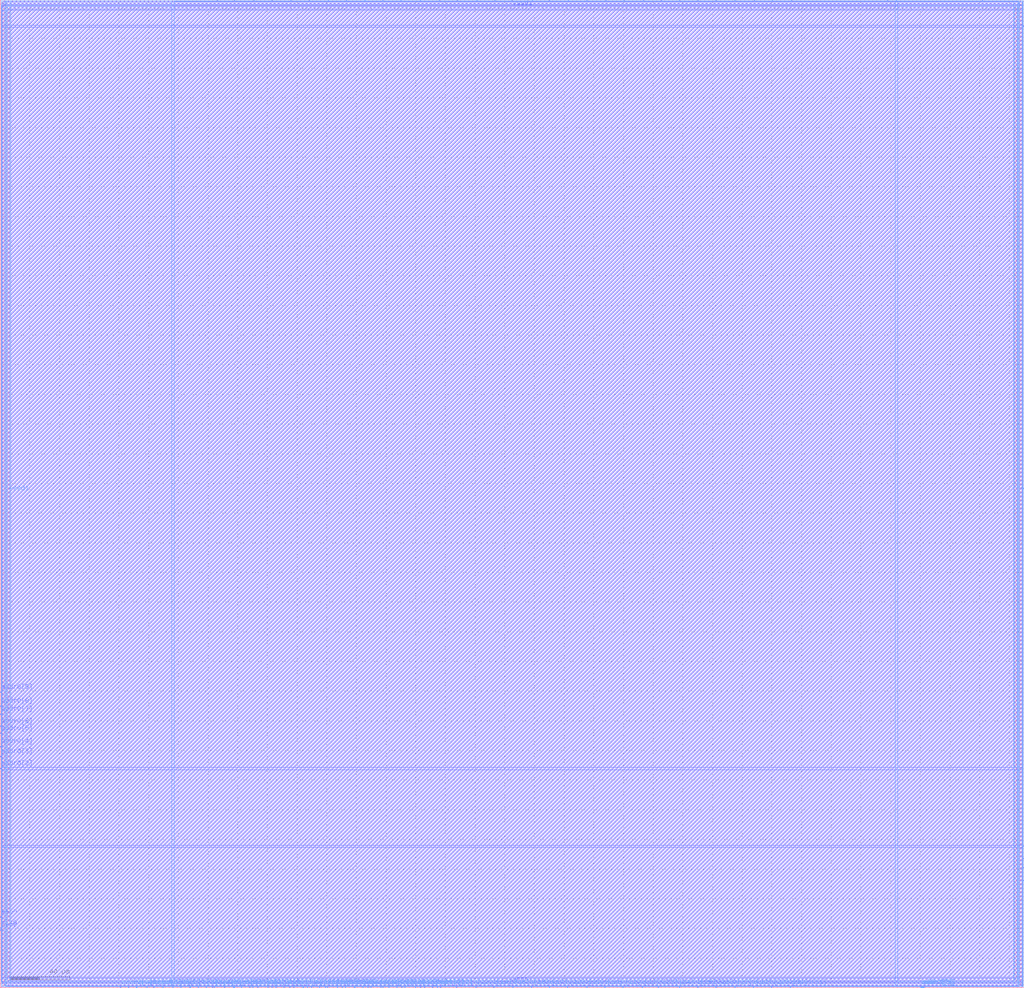
<source format=lef>
VERSION 5.4 ;
NAMESCASESENSITIVE ON ;
BUSBITCHARS "[]" ;
DIVIDERCHAR "/" ;
UNITS
  DATABASE MICRONS 2000 ;
END UNITS
MACRO sky130_sram_4kbyte_1rw1r_32x1024_8
   CLASS BLOCK ;
   SIZE 689.9 BY 666.1 ;
   SYMMETRY X Y R90 ;
   PIN din0[0]
      DIRECTION INPUT ;
      PORT
         LAYER met4 ;
         RECT  116.28 0.0 116.66 0.64 ;
      END
   END din0[0]
   PIN din0[1]
      DIRECTION INPUT ;
      PORT
         LAYER met4 ;
         RECT  121.72 0.0 122.1 0.64 ;
      END
   END din0[1]
   PIN din0[2]
      DIRECTION INPUT ;
      PORT
         LAYER met4 ;
         RECT  127.84 0.0 128.22 0.64 ;
      END
   END din0[2]
   PIN din0[3]
      DIRECTION INPUT ;
      PORT
         LAYER met4 ;
         RECT  133.28 0.0 133.66 0.64 ;
      END
   END din0[3]
   PIN din0[4]
      DIRECTION INPUT ;
      PORT
         LAYER met4 ;
         RECT  138.72 0.0 139.1 0.64 ;
      END
   END din0[4]
   PIN din0[5]
      DIRECTION INPUT ;
      PORT
         LAYER met4 ;
         RECT  144.16 0.0 144.54 0.64 ;
      END
   END din0[5]
   PIN din0[6]
      DIRECTION INPUT ;
      PORT
         LAYER met4 ;
         RECT  150.96 0.0 151.34 0.64 ;
      END
   END din0[6]
   PIN din0[7]
      DIRECTION INPUT ;
      PORT
         LAYER met4 ;
         RECT  157.08 0.0 157.46 0.64 ;
      END
   END din0[7]
   PIN din0[8]
      DIRECTION INPUT ;
      PORT
         LAYER met4 ;
         RECT  162.52 0.0 162.9 0.64 ;
      END
   END din0[8]
   PIN din0[9]
      DIRECTION INPUT ;
      PORT
         LAYER met4 ;
         RECT  167.96 0.0 168.34 0.64 ;
      END
   END din0[9]
   PIN din0[10]
      DIRECTION INPUT ;
      PORT
         LAYER met4 ;
         RECT  173.4 0.0 173.78 0.64 ;
      END
   END din0[10]
   PIN din0[11]
      DIRECTION INPUT ;
      PORT
         LAYER met4 ;
         RECT  180.2 0.0 180.58 0.64 ;
      END
   END din0[11]
   PIN din0[12]
      DIRECTION INPUT ;
      PORT
         LAYER met4 ;
         RECT  185.64 0.0 186.02 0.64 ;
      END
   END din0[12]
   PIN din0[13]
      DIRECTION INPUT ;
      PORT
         LAYER met4 ;
         RECT  191.08 0.0 191.46 0.64 ;
      END
   END din0[13]
   PIN din0[14]
      DIRECTION INPUT ;
      PORT
         LAYER met4 ;
         RECT  197.88 0.0 198.26 0.64 ;
      END
   END din0[14]
   PIN din0[15]
      DIRECTION INPUT ;
      PORT
         LAYER met4 ;
         RECT  204.0 0.0 204.38 0.64 ;
      END
   END din0[15]
   PIN din0[16]
      DIRECTION INPUT ;
      PORT
         LAYER met4 ;
         RECT  209.44 0.0 209.82 0.64 ;
      END
   END din0[16]
   PIN din0[17]
      DIRECTION INPUT ;
      PORT
         LAYER met4 ;
         RECT  214.88 0.0 215.26 0.64 ;
      END
   END din0[17]
   PIN din0[18]
      DIRECTION INPUT ;
      PORT
         LAYER met4 ;
         RECT  220.32 0.0 220.7 0.64 ;
      END
   END din0[18]
   PIN din0[19]
      DIRECTION INPUT ;
      PORT
         LAYER met4 ;
         RECT  227.12 0.0 227.5 0.64 ;
      END
   END din0[19]
   PIN din0[20]
      DIRECTION INPUT ;
      PORT
         LAYER met4 ;
         RECT  232.56 0.0 232.94 0.64 ;
      END
   END din0[20]
   PIN din0[21]
      DIRECTION INPUT ;
      PORT
         LAYER met4 ;
         RECT  238.68 0.0 239.06 0.64 ;
      END
   END din0[21]
   PIN din0[22]
      DIRECTION INPUT ;
      PORT
         LAYER met4 ;
         RECT  244.12 0.0 244.5 0.64 ;
      END
   END din0[22]
   PIN din0[23]
      DIRECTION INPUT ;
      PORT
         LAYER met4 ;
         RECT  249.56 0.0 249.94 0.64 ;
      END
   END din0[23]
   PIN din0[24]
      DIRECTION INPUT ;
      PORT
         LAYER met4 ;
         RECT  256.36 0.0 256.74 0.64 ;
      END
   END din0[24]
   PIN din0[25]
      DIRECTION INPUT ;
      PORT
         LAYER met4 ;
         RECT  261.8 0.0 262.18 0.64 ;
      END
   END din0[25]
   PIN din0[26]
      DIRECTION INPUT ;
      PORT
         LAYER met4 ;
         RECT  267.24 0.0 267.62 0.64 ;
      END
   END din0[26]
   PIN din0[27]
      DIRECTION INPUT ;
      PORT
         LAYER met4 ;
         RECT  272.68 0.0 273.06 0.64 ;
      END
   END din0[27]
   PIN din0[28]
      DIRECTION INPUT ;
      PORT
         LAYER met4 ;
         RECT  279.48 0.0 279.86 0.64 ;
      END
   END din0[28]
   PIN din0[29]
      DIRECTION INPUT ;
      PORT
         LAYER met4 ;
         RECT  285.6 0.0 285.98 0.64 ;
      END
   END din0[29]
   PIN din0[30]
      DIRECTION INPUT ;
      PORT
         LAYER met4 ;
         RECT  291.04 0.0 291.42 0.64 ;
      END
   END din0[30]
   PIN din0[31]
      DIRECTION INPUT ;
      PORT
         LAYER met4 ;
         RECT  296.48 0.0 296.86 0.64 ;
      END
   END din0[31]
   PIN addr0[0]
      DIRECTION INPUT ;
      PORT
         LAYER met4 ;
         RECT  80.92 0.0 81.3 0.64 ;
      END
   END addr0[0]
   PIN addr0[1]
      DIRECTION INPUT ;
      PORT
         LAYER met4 ;
         RECT  86.36 0.0 86.74 0.64 ;
      END
   END addr0[1]
   PIN addr0[2]
      DIRECTION INPUT ;
      PORT
         LAYER met3 ;
         RECT  0.0 147.56 0.64 147.94 ;
      END
   END addr0[2]
   PIN addr0[3]
      DIRECTION INPUT ;
      PORT
         LAYER met3 ;
         RECT  0.0 155.72 0.64 156.1 ;
      END
   END addr0[3]
   PIN addr0[4]
      DIRECTION INPUT ;
      PORT
         LAYER met3 ;
         RECT  0.0 162.52 0.64 162.9 ;
      END
   END addr0[4]
   PIN addr0[5]
      DIRECTION INPUT ;
      PORT
         LAYER met3 ;
         RECT  0.0 171.36 0.64 171.74 ;
      END
   END addr0[5]
   PIN addr0[6]
      DIRECTION INPUT ;
      PORT
         LAYER met3 ;
         RECT  0.0 176.12 0.64 176.5 ;
      END
   END addr0[6]
   PIN addr0[7]
      DIRECTION INPUT ;
      PORT
         LAYER met3 ;
         RECT  0.0 184.28 0.64 184.66 ;
      END
   END addr0[7]
   PIN addr0[8]
      DIRECTION INPUT ;
      PORT
         LAYER met3 ;
         RECT  0.0 189.72 0.64 190.1 ;
      END
   END addr0[8]
   PIN addr0[9]
      DIRECTION INPUT ;
      PORT
         LAYER met3 ;
         RECT  0.0 199.24 0.64 199.62 ;
      END
   END addr0[9]
   PIN addr1[0]
      DIRECTION INPUT ;
      PORT
         LAYER met4 ;
         RECT  603.84 665.46 604.22 666.1 ;
      END
   END addr1[0]
   PIN addr1[1]
      DIRECTION INPUT ;
      PORT
         LAYER met4 ;
         RECT  597.72 665.46 598.1 666.1 ;
      END
   END addr1[1]
   PIN addr1[2]
      DIRECTION INPUT ;
      PORT
         LAYER met3 ;
         RECT  689.26 95.2 689.9 95.58 ;
      END
   END addr1[2]
   PIN addr1[3]
      DIRECTION INPUT ;
      PORT
         LAYER met3 ;
         RECT  689.26 87.04 689.9 87.42 ;
      END
   END addr1[3]
   PIN addr1[4]
      DIRECTION INPUT ;
      PORT
         LAYER met3 ;
         RECT  689.26 80.92 689.9 81.3 ;
      END
   END addr1[4]
   PIN addr1[5]
      DIRECTION INPUT ;
      PORT
         LAYER met3 ;
         RECT  689.26 72.08 689.9 72.46 ;
      END
   END addr1[5]
   PIN addr1[6]
      DIRECTION INPUT ;
      PORT
         LAYER met4 ;
         RECT  622.2 0.0 622.58 0.64 ;
      END
   END addr1[6]
   PIN addr1[7]
      DIRECTION INPUT ;
      PORT
         LAYER met4 ;
         RECT  620.16 0.0 620.54 0.64 ;
      END
   END addr1[7]
   PIN addr1[8]
      DIRECTION INPUT ;
      PORT
         LAYER met4 ;
         RECT  620.84 0.0 621.22 0.64 ;
      END
   END addr1[8]
   PIN addr1[9]
      DIRECTION INPUT ;
      PORT
         LAYER met4 ;
         RECT  621.52 0.0 621.9 0.64 ;
      END
   END addr1[9]
   PIN csb0
      DIRECTION INPUT ;
      PORT
         LAYER met3 ;
         RECT  0.0 38.76 0.64 39.14 ;
      END
   END csb0
   PIN csb1
      DIRECTION INPUT ;
      PORT
         LAYER met3 ;
         RECT  689.26 648.04 689.9 648.42 ;
      END
   END csb1
   PIN web0
      DIRECTION INPUT ;
      PORT
         LAYER met3 ;
         RECT  0.0 47.6 0.64 47.98 ;
      END
   END web0
   PIN clk0
      DIRECTION INPUT ;
      PORT
         LAYER met3 ;
         RECT  0.0 40.12 0.64 40.5 ;
      END
   END clk0
   PIN clk1
      DIRECTION INPUT ;
      PORT
         LAYER met4 ;
         RECT  661.64 665.46 662.02 666.1 ;
      END
   END clk1
   PIN wmask0[0]
      DIRECTION INPUT ;
      PORT
         LAYER met4 ;
         RECT  91.8 0.0 92.18 0.64 ;
      END
   END wmask0[0]
   PIN wmask0[1]
      DIRECTION INPUT ;
      PORT
         LAYER met4 ;
         RECT  98.6 0.0 98.98 0.64 ;
      END
   END wmask0[1]
   PIN wmask0[2]
      DIRECTION INPUT ;
      PORT
         LAYER met4 ;
         RECT  103.36 0.0 103.74 0.64 ;
      END
   END wmask0[2]
   PIN wmask0[3]
      DIRECTION INPUT ;
      PORT
         LAYER met4 ;
         RECT  109.48 0.0 109.86 0.64 ;
      END
   END wmask0[3]
   PIN dout0[0]
      DIRECTION OUTPUT ;
      PORT
         LAYER met4 ;
         RECT  142.8 0.0 143.18 0.64 ;
      END
   END dout0[0]
   PIN dout0[1]
      DIRECTION OUTPUT ;
      PORT
         LAYER met4 ;
         RECT  157.76 0.0 158.14 0.64 ;
      END
   END dout0[1]
   PIN dout0[2]
      DIRECTION OUTPUT ;
      PORT
         LAYER met4 ;
         RECT  170.0 0.0 170.38 0.64 ;
      END
   END dout0[2]
   PIN dout0[3]
      DIRECTION OUTPUT ;
      PORT
         LAYER met4 ;
         RECT  182.92 0.0 183.3 0.64 ;
      END
   END dout0[3]
   PIN dout0[4]
      DIRECTION OUTPUT ;
      PORT
         LAYER met4 ;
         RECT  195.16 0.0 195.54 0.64 ;
      END
   END dout0[4]
   PIN dout0[5]
      DIRECTION OUTPUT ;
      PORT
         LAYER met4 ;
         RECT  206.72 0.0 207.1 0.64 ;
      END
   END dout0[5]
   PIN dout0[6]
      DIRECTION OUTPUT ;
      PORT
         LAYER met4 ;
         RECT  218.96 0.0 219.34 0.64 ;
      END
   END dout0[6]
   PIN dout0[7]
      DIRECTION OUTPUT ;
      PORT
         LAYER met4 ;
         RECT  230.52 0.0 230.9 0.64 ;
      END
   END dout0[7]
   PIN dout0[8]
      DIRECTION OUTPUT ;
      PORT
         LAYER met4 ;
         RECT  247.52 0.0 247.9 0.64 ;
      END
   END dout0[8]
   PIN dout0[9]
      DIRECTION OUTPUT ;
      PORT
         LAYER met4 ;
         RECT  257.72 0.0 258.1 0.64 ;
      END
   END dout0[9]
   PIN dout0[10]
      DIRECTION OUTPUT ;
      PORT
         LAYER met4 ;
         RECT  270.64 0.0 271.02 0.64 ;
      END
   END dout0[10]
   PIN dout0[11]
      DIRECTION OUTPUT ;
      PORT
         LAYER met4 ;
         RECT  282.88 0.0 283.26 0.64 ;
      END
   END dout0[11]
   PIN dout0[12]
      DIRECTION OUTPUT ;
      PORT
         LAYER met4 ;
         RECT  294.44 0.0 294.82 0.64 ;
      END
   END dout0[12]
   PIN dout0[13]
      DIRECTION OUTPUT ;
      PORT
         LAYER met4 ;
         RECT  307.36 0.0 307.74 0.64 ;
      END
   END dout0[13]
   PIN dout0[14]
      DIRECTION OUTPUT ;
      PORT
         LAYER met4 ;
         RECT  320.28 0.0 320.66 0.64 ;
      END
   END dout0[14]
   PIN dout0[15]
      DIRECTION OUTPUT ;
      PORT
         LAYER met4 ;
         RECT  332.52 0.0 332.9 0.64 ;
      END
   END dout0[15]
   PIN dout0[16]
      DIRECTION OUTPUT ;
      PORT
         LAYER met4 ;
         RECT  345.44 0.0 345.82 0.64 ;
      END
   END dout0[16]
   PIN dout0[17]
      DIRECTION OUTPUT ;
      PORT
         LAYER met4 ;
         RECT  357.68 0.0 358.06 0.64 ;
      END
   END dout0[17]
   PIN dout0[18]
      DIRECTION OUTPUT ;
      PORT
         LAYER met4 ;
         RECT  369.92 0.0 370.3 0.64 ;
      END
   END dout0[18]
   PIN dout0[19]
      DIRECTION OUTPUT ;
      PORT
         LAYER met4 ;
         RECT  382.16 0.0 382.54 0.64 ;
      END
   END dout0[19]
   PIN dout0[20]
      DIRECTION OUTPUT ;
      PORT
         LAYER met4 ;
         RECT  395.08 0.0 395.46 0.64 ;
      END
   END dout0[20]
   PIN dout0[21]
      DIRECTION OUTPUT ;
      PORT
         LAYER met4 ;
         RECT  407.32 0.0 407.7 0.64 ;
      END
   END dout0[21]
   PIN dout0[22]
      DIRECTION OUTPUT ;
      PORT
         LAYER met4 ;
         RECT  419.56 0.0 419.94 0.64 ;
      END
   END dout0[22]
   PIN dout0[23]
      DIRECTION OUTPUT ;
      PORT
         LAYER met4 ;
         RECT  432.48 0.0 432.86 0.64 ;
      END
   END dout0[23]
   PIN dout0[24]
      DIRECTION OUTPUT ;
      PORT
         LAYER met4 ;
         RECT  443.36 0.0 443.74 0.64 ;
      END
   END dout0[24]
   PIN dout0[25]
      DIRECTION OUTPUT ;
      PORT
         LAYER met4 ;
         RECT  457.64 0.0 458.02 0.64 ;
      END
   END dout0[25]
   PIN dout0[26]
      DIRECTION OUTPUT ;
      PORT
         LAYER met4 ;
         RECT  469.88 0.0 470.26 0.64 ;
      END
   END dout0[26]
   PIN dout0[27]
      DIRECTION OUTPUT ;
      PORT
         LAYER met4 ;
         RECT  482.12 0.0 482.5 0.64 ;
      END
   END dout0[27]
   PIN dout0[28]
      DIRECTION OUTPUT ;
      PORT
         LAYER met4 ;
         RECT  495.04 0.0 495.42 0.64 ;
      END
   END dout0[28]
   PIN dout0[29]
      DIRECTION OUTPUT ;
      PORT
         LAYER met4 ;
         RECT  507.28 0.0 507.66 0.64 ;
      END
   END dout0[29]
   PIN dout0[30]
      DIRECTION OUTPUT ;
      PORT
         LAYER met4 ;
         RECT  519.52 0.0 519.9 0.64 ;
      END
   END dout0[30]
   PIN dout0[31]
      DIRECTION OUTPUT ;
      PORT
         LAYER met4 ;
         RECT  532.44 0.0 532.82 0.64 ;
      END
   END dout0[31]
   PIN dout1[0]
      DIRECTION OUTPUT ;
      PORT
         LAYER met4 ;
         RECT  146.2 665.46 146.58 666.1 ;
      END
   END dout1[0]
   PIN dout1[1]
      DIRECTION OUTPUT ;
      PORT
         LAYER met4 ;
         RECT  157.76 665.46 158.14 666.1 ;
      END
   END dout1[1]
   PIN dout1[2]
      DIRECTION OUTPUT ;
      PORT
         LAYER met4 ;
         RECT  170.68 665.46 171.06 666.1 ;
      END
   END dout1[2]
   PIN dout1[3]
      DIRECTION OUTPUT ;
      PORT
         LAYER met4 ;
         RECT  182.92 665.46 183.3 666.1 ;
      END
   END dout1[3]
   PIN dout1[4]
      DIRECTION OUTPUT ;
      PORT
         LAYER met4 ;
         RECT  195.84 665.46 196.22 666.1 ;
      END
   END dout1[4]
   PIN dout1[5]
      DIRECTION OUTPUT ;
      PORT
         LAYER met4 ;
         RECT  208.08 665.46 208.46 666.1 ;
      END
   END dout1[5]
   PIN dout1[6]
      DIRECTION OUTPUT ;
      PORT
         LAYER met4 ;
         RECT  221.0 665.46 221.38 666.1 ;
      END
   END dout1[6]
   PIN dout1[7]
      DIRECTION OUTPUT ;
      PORT
         LAYER met4 ;
         RECT  233.24 665.46 233.62 666.1 ;
      END
   END dout1[7]
   PIN dout1[8]
      DIRECTION OUTPUT ;
      PORT
         LAYER met4 ;
         RECT  245.48 665.46 245.86 666.1 ;
      END
   END dout1[8]
   PIN dout1[9]
      DIRECTION OUTPUT ;
      PORT
         LAYER met4 ;
         RECT  257.72 665.46 258.1 666.1 ;
      END
   END dout1[9]
   PIN dout1[10]
      DIRECTION OUTPUT ;
      PORT
         LAYER met4 ;
         RECT  269.96 665.46 270.34 666.1 ;
      END
   END dout1[10]
   PIN dout1[11]
      DIRECTION OUTPUT ;
      PORT
         LAYER met4 ;
         RECT  282.88 665.46 283.26 666.1 ;
      END
   END dout1[11]
   PIN dout1[12]
      DIRECTION OUTPUT ;
      PORT
         LAYER met4 ;
         RECT  295.8 665.46 296.18 666.1 ;
      END
   END dout1[12]
   PIN dout1[13]
      DIRECTION OUTPUT ;
      PORT
         LAYER met4 ;
         RECT  308.04 665.46 308.42 666.1 ;
      END
   END dout1[13]
   PIN dout1[14]
      DIRECTION OUTPUT ;
      PORT
         LAYER met4 ;
         RECT  320.96 665.46 321.34 666.1 ;
      END
   END dout1[14]
   PIN dout1[15]
      DIRECTION OUTPUT ;
      PORT
         LAYER met4 ;
         RECT  333.2 665.46 333.58 666.1 ;
      END
   END dout1[15]
   PIN dout1[16]
      DIRECTION OUTPUT ;
      PORT
         LAYER met4 ;
         RECT  344.76 665.46 345.14 666.1 ;
      END
   END dout1[16]
   PIN dout1[17]
      DIRECTION OUTPUT ;
      PORT
         LAYER met4 ;
         RECT  358.36 665.46 358.74 666.1 ;
      END
   END dout1[17]
   PIN dout1[18]
      DIRECTION OUTPUT ;
      PORT
         LAYER met4 ;
         RECT  369.92 665.46 370.3 666.1 ;
      END
   END dout1[18]
   PIN dout1[19]
      DIRECTION OUTPUT ;
      PORT
         LAYER met4 ;
         RECT  382.84 665.46 383.22 666.1 ;
      END
   END dout1[19]
   PIN dout1[20]
      DIRECTION OUTPUT ;
      PORT
         LAYER met4 ;
         RECT  395.08 665.46 395.46 666.1 ;
      END
   END dout1[20]
   PIN dout1[21]
      DIRECTION OUTPUT ;
      PORT
         LAYER met4 ;
         RECT  408.0 665.46 408.38 666.1 ;
      END
   END dout1[21]
   PIN dout1[22]
      DIRECTION OUTPUT ;
      PORT
         LAYER met4 ;
         RECT  420.24 665.46 420.62 666.1 ;
      END
   END dout1[22]
   PIN dout1[23]
      DIRECTION OUTPUT ;
      PORT
         LAYER met4 ;
         RECT  433.16 665.46 433.54 666.1 ;
      END
   END dout1[23]
   PIN dout1[24]
      DIRECTION OUTPUT ;
      PORT
         LAYER met4 ;
         RECT  445.4 665.46 445.78 666.1 ;
      END
   END dout1[24]
   PIN dout1[25]
      DIRECTION OUTPUT ;
      PORT
         LAYER met4 ;
         RECT  457.64 665.46 458.02 666.1 ;
      END
   END dout1[25]
   PIN dout1[26]
      DIRECTION OUTPUT ;
      PORT
         LAYER met4 ;
         RECT  469.88 665.46 470.26 666.1 ;
      END
   END dout1[26]
   PIN dout1[27]
      DIRECTION OUTPUT ;
      PORT
         LAYER met4 ;
         RECT  482.12 665.46 482.5 666.1 ;
      END
   END dout1[27]
   PIN dout1[28]
      DIRECTION OUTPUT ;
      PORT
         LAYER met4 ;
         RECT  495.04 665.46 495.42 666.1 ;
      END
   END dout1[28]
   PIN dout1[29]
      DIRECTION OUTPUT ;
      PORT
         LAYER met4 ;
         RECT  507.96 665.46 508.34 666.1 ;
      END
   END dout1[29]
   PIN dout1[30]
      DIRECTION OUTPUT ;
      PORT
         LAYER met4 ;
         RECT  520.2 665.46 520.58 666.1 ;
      END
   END dout1[30]
   PIN dout1[31]
      DIRECTION OUTPUT ;
      PORT
         LAYER met4 ;
         RECT  533.12 665.46 533.5 666.1 ;
      END
   END dout1[31]
   PIN vccd1
      DIRECTION INOUT ;
      USE POWER ; 
      SHAPE ABUTMENT ; 
      PORT
         LAYER met3 ;
         RECT  1.36 663.0 688.54 664.74 ;
         LAYER met4 ;
         RECT  1.36 1.36 3.1 664.74 ;
         LAYER met4 ;
         RECT  686.8 1.36 688.54 664.74 ;
         LAYER met3 ;
         RECT  1.36 1.36 688.54 3.1 ;
      END
   END vccd1
   PIN vssd1
      DIRECTION INOUT ;
      USE GROUND ; 
      SHAPE ABUTMENT ; 
      PORT
         LAYER met4 ;
         RECT  683.4 4.76 685.14 661.34 ;
         LAYER met4 ;
         RECT  4.76 4.76 6.5 661.34 ;
         LAYER met3 ;
         RECT  4.76 4.76 685.14 6.5 ;
         LAYER met3 ;
         RECT  4.76 659.6 685.14 661.34 ;
      END
   END vssd1
   OBS
   LAYER  met1 ;
      RECT  0.62 0.62 689.28 665.48 ;
   LAYER  met2 ;
      RECT  0.62 0.62 689.28 665.48 ;
   LAYER  met3 ;
      RECT  0.98 146.96 689.28 148.54 ;
      RECT  0.62 148.54 0.98 155.12 ;
      RECT  0.62 156.7 0.98 161.92 ;
      RECT  0.62 163.5 0.98 170.76 ;
      RECT  0.62 172.34 0.98 175.52 ;
      RECT  0.62 177.1 0.98 183.68 ;
      RECT  0.62 185.26 0.98 189.12 ;
      RECT  0.62 190.7 0.98 198.64 ;
      RECT  0.98 94.6 688.92 96.18 ;
      RECT  0.98 96.18 688.92 146.96 ;
      RECT  688.92 96.18 689.28 146.96 ;
      RECT  688.92 88.02 689.28 94.6 ;
      RECT  688.92 81.9 689.28 86.44 ;
      RECT  688.92 73.06 689.28 80.32 ;
      RECT  0.98 148.54 688.92 647.44 ;
      RECT  0.98 647.44 688.92 649.02 ;
      RECT  688.92 148.54 689.28 647.44 ;
      RECT  0.62 48.58 0.98 146.96 ;
      RECT  0.62 41.1 0.98 47.0 ;
      RECT  0.62 200.22 0.76 662.4 ;
      RECT  0.62 662.4 0.76 665.34 ;
      RECT  0.62 665.34 0.76 665.48 ;
      RECT  0.76 200.22 0.98 662.4 ;
      RECT  0.76 665.34 0.98 665.48 ;
      RECT  0.98 665.34 688.92 665.48 ;
      RECT  688.92 649.02 689.14 662.4 ;
      RECT  688.92 665.34 689.14 665.48 ;
      RECT  689.14 649.02 689.28 662.4 ;
      RECT  689.14 662.4 689.28 665.34 ;
      RECT  689.14 665.34 689.28 665.48 ;
      RECT  0.98 0.62 688.92 0.76 ;
      RECT  688.92 0.62 689.14 0.76 ;
      RECT  688.92 3.7 689.14 71.48 ;
      RECT  689.14 0.62 689.28 0.76 ;
      RECT  689.14 0.76 689.28 3.7 ;
      RECT  689.14 3.7 689.28 71.48 ;
      RECT  0.62 0.62 0.76 0.76 ;
      RECT  0.62 0.76 0.76 3.7 ;
      RECT  0.62 3.7 0.76 38.16 ;
      RECT  0.76 0.62 0.98 0.76 ;
      RECT  0.76 3.7 0.98 38.16 ;
      RECT  0.98 3.7 4.16 4.16 ;
      RECT  0.98 4.16 4.16 7.1 ;
      RECT  0.98 7.1 4.16 94.6 ;
      RECT  4.16 3.7 685.74 4.16 ;
      RECT  4.16 7.1 685.74 94.6 ;
      RECT  685.74 3.7 688.92 4.16 ;
      RECT  685.74 4.16 688.92 7.1 ;
      RECT  685.74 7.1 688.92 94.6 ;
      RECT  0.98 649.02 4.16 659.0 ;
      RECT  0.98 659.0 4.16 661.94 ;
      RECT  0.98 661.94 4.16 662.4 ;
      RECT  4.16 649.02 685.74 659.0 ;
      RECT  4.16 661.94 685.74 662.4 ;
      RECT  685.74 649.02 688.92 659.0 ;
      RECT  685.74 659.0 688.92 661.94 ;
      RECT  685.74 661.94 688.92 662.4 ;
   LAYER  met4 ;
      RECT  115.68 0.98 117.26 665.48 ;
      RECT  117.26 0.62 121.12 0.98 ;
      RECT  122.7 0.62 127.24 0.98 ;
      RECT  128.82 0.62 132.68 0.98 ;
      RECT  134.26 0.62 138.12 0.98 ;
      RECT  145.14 0.62 150.36 0.98 ;
      RECT  151.94 0.62 156.48 0.98 ;
      RECT  163.5 0.62 167.36 0.98 ;
      RECT  174.38 0.62 179.6 0.98 ;
      RECT  186.62 0.62 190.48 0.98 ;
      RECT  198.86 0.62 203.4 0.98 ;
      RECT  210.42 0.62 214.28 0.98 ;
      RECT  221.3 0.62 226.52 0.98 ;
      RECT  233.54 0.62 238.08 0.98 ;
      RECT  239.66 0.62 243.52 0.98 ;
      RECT  250.54 0.62 255.76 0.98 ;
      RECT  262.78 0.62 266.64 0.98 ;
      RECT  273.66 0.62 278.88 0.98 ;
      RECT  286.58 0.62 290.44 0.98 ;
      RECT  81.9 0.62 85.76 0.98 ;
      RECT  117.26 0.98 603.24 665.12 ;
      RECT  603.24 0.98 604.82 665.12 ;
      RECT  598.7 665.12 603.24 665.48 ;
      RECT  604.82 665.12 661.04 665.48 ;
      RECT  87.34 0.62 91.2 0.98 ;
      RECT  92.78 0.62 98.0 0.98 ;
      RECT  99.58 0.62 102.76 0.98 ;
      RECT  104.34 0.62 108.88 0.98 ;
      RECT  110.46 0.62 115.68 0.98 ;
      RECT  139.7 0.62 142.2 0.98 ;
      RECT  158.74 0.62 161.92 0.98 ;
      RECT  168.94 0.62 169.4 0.98 ;
      RECT  170.98 0.62 172.8 0.98 ;
      RECT  181.18 0.62 182.32 0.98 ;
      RECT  183.9 0.62 185.04 0.98 ;
      RECT  192.06 0.62 194.56 0.98 ;
      RECT  196.14 0.62 197.28 0.98 ;
      RECT  204.98 0.62 206.12 0.98 ;
      RECT  207.7 0.62 208.84 0.98 ;
      RECT  215.86 0.62 218.36 0.98 ;
      RECT  228.1 0.62 229.92 0.98 ;
      RECT  231.5 0.62 231.96 0.98 ;
      RECT  245.1 0.62 246.92 0.98 ;
      RECT  248.5 0.62 248.96 0.98 ;
      RECT  258.7 0.62 261.2 0.98 ;
      RECT  268.22 0.62 270.04 0.98 ;
      RECT  271.62 0.62 272.08 0.98 ;
      RECT  280.46 0.62 282.28 0.98 ;
      RECT  283.86 0.62 285.0 0.98 ;
      RECT  292.02 0.62 293.84 0.98 ;
      RECT  295.42 0.62 295.88 0.98 ;
      RECT  297.46 0.62 306.76 0.98 ;
      RECT  308.34 0.62 319.68 0.98 ;
      RECT  321.26 0.62 331.92 0.98 ;
      RECT  333.5 0.62 344.84 0.98 ;
      RECT  346.42 0.62 357.08 0.98 ;
      RECT  358.66 0.62 369.32 0.98 ;
      RECT  370.9 0.62 381.56 0.98 ;
      RECT  383.14 0.62 394.48 0.98 ;
      RECT  396.06 0.62 406.72 0.98 ;
      RECT  408.3 0.62 418.96 0.98 ;
      RECT  420.54 0.62 431.88 0.98 ;
      RECT  433.46 0.62 442.76 0.98 ;
      RECT  444.34 0.62 457.04 0.98 ;
      RECT  458.62 0.62 469.28 0.98 ;
      RECT  470.86 0.62 481.52 0.98 ;
      RECT  483.1 0.62 494.44 0.98 ;
      RECT  496.02 0.62 506.68 0.98 ;
      RECT  508.26 0.62 518.92 0.98 ;
      RECT  520.5 0.62 531.84 0.98 ;
      RECT  533.42 0.62 619.56 0.98 ;
      RECT  117.26 665.12 145.6 665.48 ;
      RECT  147.18 665.12 157.16 665.48 ;
      RECT  158.74 665.12 170.08 665.48 ;
      RECT  171.66 665.12 182.32 665.48 ;
      RECT  183.9 665.12 195.24 665.48 ;
      RECT  196.82 665.12 207.48 665.48 ;
      RECT  209.06 665.12 220.4 665.48 ;
      RECT  221.98 665.12 232.64 665.48 ;
      RECT  234.22 665.12 244.88 665.48 ;
      RECT  246.46 665.12 257.12 665.48 ;
      RECT  258.7 665.12 269.36 665.48 ;
      RECT  270.94 665.12 282.28 665.48 ;
      RECT  283.86 665.12 295.2 665.48 ;
      RECT  296.78 665.12 307.44 665.48 ;
      RECT  309.02 665.12 320.36 665.48 ;
      RECT  321.94 665.12 332.6 665.48 ;
      RECT  334.18 665.12 344.16 665.48 ;
      RECT  345.74 665.12 357.76 665.48 ;
      RECT  359.34 665.12 369.32 665.48 ;
      RECT  370.9 665.12 382.24 665.48 ;
      RECT  383.82 665.12 394.48 665.48 ;
      RECT  396.06 665.12 407.4 665.48 ;
      RECT  408.98 665.12 419.64 665.48 ;
      RECT  421.22 665.12 432.56 665.48 ;
      RECT  434.14 665.12 444.8 665.48 ;
      RECT  446.38 665.12 457.04 665.48 ;
      RECT  458.62 665.12 469.28 665.48 ;
      RECT  470.86 665.12 481.52 665.48 ;
      RECT  483.1 665.12 494.44 665.48 ;
      RECT  496.02 665.12 507.36 665.48 ;
      RECT  508.94 665.12 519.6 665.48 ;
      RECT  521.18 665.12 532.52 665.48 ;
      RECT  534.1 665.12 597.12 665.48 ;
      RECT  0.62 0.98 0.76 665.34 ;
      RECT  0.62 665.34 0.76 665.48 ;
      RECT  0.76 665.34 3.7 665.48 ;
      RECT  3.7 665.34 115.68 665.48 ;
      RECT  0.62 0.62 0.76 0.76 ;
      RECT  0.62 0.76 0.76 0.98 ;
      RECT  0.76 0.62 3.7 0.76 ;
      RECT  3.7 0.62 80.32 0.76 ;
      RECT  3.7 0.76 80.32 0.98 ;
      RECT  689.14 0.98 689.28 665.12 ;
      RECT  623.18 0.62 686.2 0.76 ;
      RECT  623.18 0.76 686.2 0.98 ;
      RECT  686.2 0.62 689.14 0.76 ;
      RECT  689.14 0.62 689.28 0.76 ;
      RECT  689.14 0.76 689.28 0.98 ;
      RECT  662.62 665.12 686.2 665.34 ;
      RECT  662.62 665.34 686.2 665.48 ;
      RECT  686.2 665.34 689.14 665.48 ;
      RECT  689.14 665.12 689.28 665.34 ;
      RECT  689.14 665.34 689.28 665.48 ;
      RECT  604.82 0.98 682.8 4.16 ;
      RECT  604.82 4.16 682.8 661.94 ;
      RECT  604.82 661.94 682.8 665.12 ;
      RECT  682.8 0.98 685.74 4.16 ;
      RECT  682.8 661.94 685.74 665.12 ;
      RECT  685.74 0.98 686.2 4.16 ;
      RECT  685.74 4.16 686.2 661.94 ;
      RECT  685.74 661.94 686.2 665.12 ;
      RECT  3.7 0.98 4.16 4.16 ;
      RECT  3.7 4.16 4.16 661.94 ;
      RECT  3.7 661.94 4.16 665.34 ;
      RECT  4.16 0.98 7.1 4.16 ;
      RECT  4.16 661.94 7.1 665.34 ;
      RECT  7.1 0.98 115.68 4.16 ;
      RECT  7.1 4.16 115.68 661.94 ;
      RECT  7.1 661.94 115.68 665.34 ;
   END
END    sky130_sram_4kbyte_1rw1r_32x1024_8
END    LIBRARY

</source>
